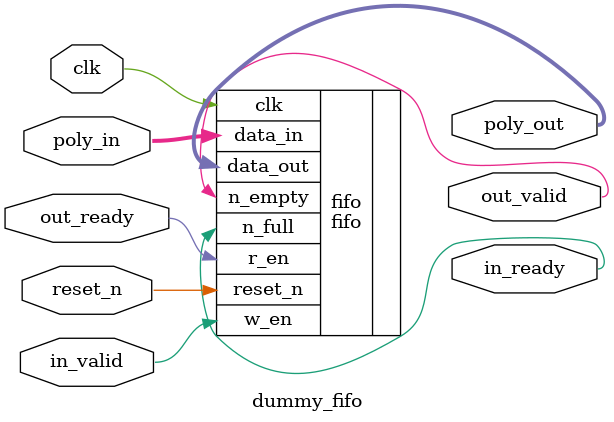
<source format=v>
`timescale 1ns / 1ps

module ntt #(
    parameter q = 17,
    parameter N = 8,
    parameter logq = 5,
    parameter logN = 3,
    parameter N_inv = 15
) (
    input wire clk,
    input wire reset_n,

    input wire in_valid,     // whether the input is valid
    input wire [logq-1:0] poly_in,
    output wire in_ready,  // whether the module is ready to consume the input.

    output wire            out_valid,  // if output is valid
    output wire [logq-1:0] poly_out,
    input  wire            out_ready   // if the next stage is ready to consume the output
);

  reg [1:0] STATE;
  localparam STORE = 0;
  localparam NTT = 1;
  localparam OUTPUT = 2;

  reg [logN-1:0] CNT;
  wire [logN-1:0] TNC;  //bit reverse of CNT

  reg [logN-2:0] STAGE;  //stages in Butterfly //bitwidth should be log(logN)
  wire [logq-1:0] VAR_a;
  wire [logN-1:0] CNT_h;
  wire [logN-1:0] k;  //index to various omega powers
  wire [logN-1:0] k_sft;  //index to various omega powers

  reg [logq-1:0] w[0:N-1];
  reg [logq-1:0] phi[0:N-1];
  reg [logq-1:0] a[0:N-1];


  initial begin
    if (N == 8) begin
      $readmemh("wN8.mem", w, 0, N - 1);
      $readmemh("phiN8.mem", phi, 0, N - 1);
    end else if (N == 16) begin
      $readmemh("wN16.mem", w, 0, N - 1);
      $readmemh("phiN16.mem", phi, 0, N - 1);
    end else begin
      $readmemh("w_N4096_q0.mem", w, 0, N - 1);
      $readmemh("phi_N4096_q0.mem", phi, 0, N - 1);
    end
  end

  genvar i;
  generate
    for (i = 0; i < logN; i = i + 1) begin
      assign TNC[logN-1-i] = CNT[i];
    end
  endgenerate

  wire [2*logq-1:0] temp_mult0, temp_mult1;
  assign temp_mult0 = poly_in * phi[CNT];
  assign temp_mult1 = (a[CNT_h] * w[k]);

  wire [logq:0] temp_add0;
  assign temp_add0 = a[CNT] + VAR_a;


  assign CNT_h = CNT ^ (1 << STAGE);
  assign VAR_a = (CNT[STAGE] == 0) ? temp_mult1 % q : 0;

  assign k_sft = (STAGE == 0) ? 0 : (CNT << (logN - STAGE));
  assign k = k_sft[logN-1:1];


  assign poly_out = a[TNC];  // Output in bit-reversed order!
  assign out_valid = (STATE == OUTPUT);

  assign in_ready = (STATE == STORE);

  always @(posedge clk, negedge reset_n) begin
    if (!reset_n) begin
      STATE <= 0;
      STAGE <= 0;
      CNT   <= 0;
    end else
      case (STATE)
        STORE: begin
          if (in_valid) begin
            a[TNC] <= temp_mult0 % q;  // DEBUG!!

            if (CNT < N - 1) begin
              CNT <= CNT + 1;
            end else begin
              CNT   <= 0;
              STATE <= STATE + 1;
              STAGE <= 0;
            end
          end
        end

        NTT: begin
          if (STAGE < logN) begin
            if (CNT[STAGE] == 0) begin
              a[CNT_h] <= (a[CNT] >= VAR_a) ? (a[CNT] - VAR_a) : (a[CNT] - VAR_a) + q;
              a[CNT]   <= temp_add0 < q ? temp_add0 : temp_add0 - q;
            end
          end

          if (STAGE < logN) begin
            if (CNT < N) begin
              CNT <= CNT + 1;
              if (CNT == N - 1) begin
                STAGE <= STAGE + 1;
                CNT   <= 0;
              end
            end
          end else if (STAGE == logN) begin
            STAGE <= 0;
            CNT   <= 0;
            STATE <= OUTPUT;
          end
        end

        OUTPUT: begin
          if (out_ready) begin
            CNT <= CNT + 1;
            if (CNT == N - 1) begin
              CNT   <= 0;
              STATE <= STORE;
            end
          end
        end
      endcase
  end

endmodule


module dummy_fifo #(
    parameter q = 17,
    parameter N = 8,
    parameter logq = 5,
    parameter logN = 3,
    parameter N_inv = 15
) (
    input wire clk,
    input wire reset_n,

    input wire in_valid,     // whether the input is valid
    input wire [logq-1:0] poly_in,
    output wire in_ready,  // whether the module is ready to consume the input.

    output wire            out_valid,  // if output is valid
    output wire [logq-1:0] poly_out,
    input  wire            out_ready   // if the next stage is ready to consume the output
);

  fifo #(
      .DATA_WIDTH(logq),
      .ADDR_WIDTH(logN)
  ) fifo (
      .clk     (clk),
      .reset_n (reset_n),
      .w_en    (in_valid),
      .data_in (poly_in),
      .r_en    (out_ready),
      .data_out(poly_out),
      .n_full  (in_ready),
      .n_empty (out_valid)
  );
endmodule

</source>
